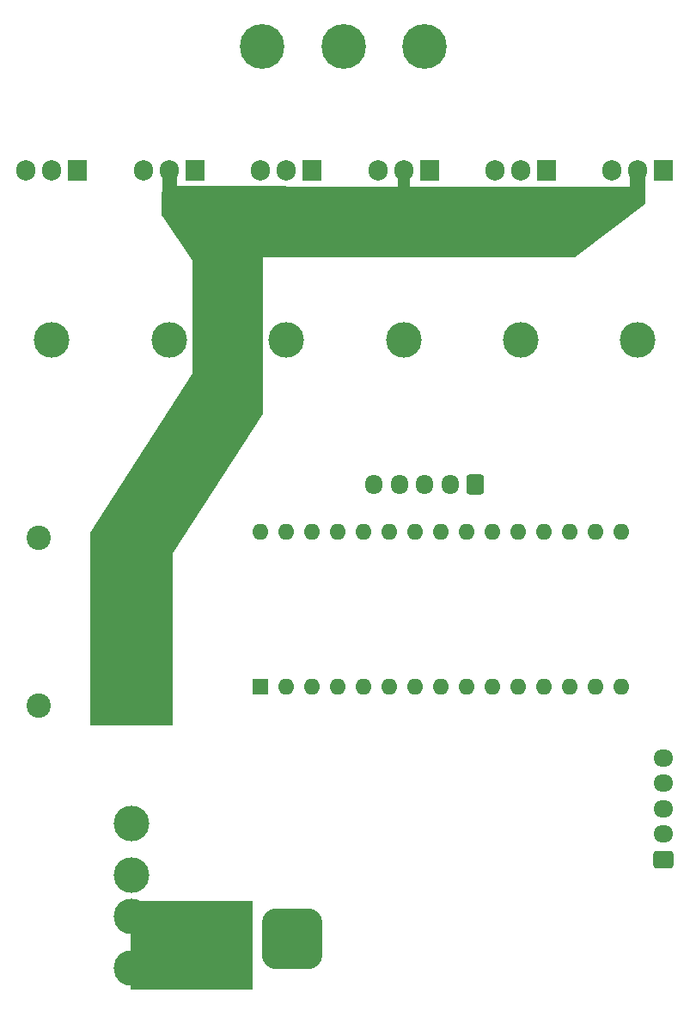
<source format=gbr>
%TF.GenerationSoftware,KiCad,Pcbnew,9.0.0*%
%TF.CreationDate,2025-04-22T03:50:59+03:00*%
%TF.ProjectId,Inverter,496e7665-7274-4657-922e-6b696361645f,rev?*%
%TF.SameCoordinates,Original*%
%TF.FileFunction,Soldermask,Bot*%
%TF.FilePolarity,Negative*%
%FSLAX46Y46*%
G04 Gerber Fmt 4.6, Leading zero omitted, Abs format (unit mm)*
G04 Created by KiCad (PCBNEW 9.0.0) date 2025-04-22 03:50:59*
%MOMM*%
%LPD*%
G01*
G04 APERTURE LIST*
G04 Aperture macros list*
%AMRoundRect*
0 Rectangle with rounded corners*
0 $1 Rounding radius*
0 $2 $3 $4 $5 $6 $7 $8 $9 X,Y pos of 4 corners*
0 Add a 4 corners polygon primitive as box body*
4,1,4,$2,$3,$4,$5,$6,$7,$8,$9,$2,$3,0*
0 Add four circle primitives for the rounded corners*
1,1,$1+$1,$2,$3*
1,1,$1+$1,$4,$5*
1,1,$1+$1,$6,$7*
1,1,$1+$1,$8,$9*
0 Add four rect primitives between the rounded corners*
20,1,$1+$1,$2,$3,$4,$5,0*
20,1,$1+$1,$4,$5,$6,$7,0*
20,1,$1+$1,$6,$7,$8,$9,0*
20,1,$1+$1,$8,$9,$2,$3,0*%
G04 Aperture macros list end*
%ADD10RoundRect,0.250000X0.600000X0.725000X-0.600000X0.725000X-0.600000X-0.725000X0.600000X-0.725000X0*%
%ADD11O,1.700000X1.950000*%
%ADD12R,2.400000X2.400000*%
%ADD13C,2.400000*%
%ADD14C,3.500000*%
%ADD15R,1.600000X1.600000*%
%ADD16O,1.600000X1.600000*%
%ADD17C,4.400000*%
%ADD18RoundRect,1.500000X1.500000X1.500000X-1.500000X1.500000X-1.500000X-1.500000X1.500000X-1.500000X0*%
%ADD19C,6.000000*%
%ADD20RoundRect,0.250000X0.725000X-0.600000X0.725000X0.600000X-0.725000X0.600000X-0.725000X-0.600000X0*%
%ADD21O,1.950000X1.700000*%
%ADD22R,1.905000X2.000000*%
%ADD23O,1.905000X2.000000*%
G04 APERTURE END LIST*
D10*
%TO.C,J3*%
X152800000Y-90950000D03*
D11*
X150300000Y-90950000D03*
X147800000Y-90950000D03*
X145300000Y-90950000D03*
X142800000Y-90950000D03*
%TD*%
D12*
%TO.C,C6*%
X117262755Y-112700000D03*
D13*
X109762755Y-112700000D03*
%TD*%
D14*
%TO.C,F2*%
X118875000Y-124275000D03*
X118875000Y-129355000D03*
X118875000Y-133415000D03*
X118875000Y-138495000D03*
%TD*%
D15*
%TO.C,A1*%
X131600000Y-110860000D03*
D16*
X134140000Y-110860000D03*
X136680000Y-110860000D03*
X139220000Y-110860000D03*
X141760000Y-110860000D03*
X144300000Y-110860000D03*
X146840000Y-110860000D03*
X149380000Y-110860000D03*
X151920000Y-110860000D03*
X154460000Y-110860000D03*
X157000000Y-110860000D03*
X159540000Y-110860000D03*
X162080000Y-110860000D03*
X164620000Y-110860000D03*
X167160000Y-110860000D03*
X167160000Y-95620000D03*
X164620000Y-95620000D03*
X162080000Y-95620000D03*
X159540000Y-95620000D03*
X157000000Y-95620000D03*
X154460000Y-95620000D03*
X151920000Y-95620000D03*
X149380000Y-95620000D03*
X146840000Y-95620000D03*
X144300000Y-95620000D03*
X141760000Y-95620000D03*
X139220000Y-95620000D03*
X136680000Y-95620000D03*
X134140000Y-95620000D03*
X131600000Y-95620000D03*
%TD*%
D17*
%TO.C,V1*%
X139800000Y-47875000D03*
%TD*%
%TO.C,W1*%
X131800000Y-47875000D03*
%TD*%
D18*
%TO.C,J1*%
X134750000Y-135625000D03*
D19*
X127550000Y-135625000D03*
%TD*%
D12*
%TO.C,C5*%
X117212755Y-96200000D03*
D13*
X109712755Y-96200000D03*
%TD*%
D20*
%TO.C,J2*%
X171275000Y-127825000D03*
D21*
X171275000Y-125325000D03*
X171275000Y-122825000D03*
X171275000Y-120325000D03*
X171275000Y-117825000D03*
%TD*%
D17*
%TO.C,U2*%
X147800000Y-47875000D03*
%TD*%
D14*
%TO.C,Q1*%
X168800000Y-76730000D03*
D22*
X171340000Y-60070000D03*
D23*
X168800000Y-60070000D03*
X166260000Y-60070000D03*
%TD*%
D14*
%TO.C,Q5*%
X122600000Y-76730000D03*
D22*
X125140000Y-60070000D03*
D23*
X122600000Y-60070000D03*
X120060000Y-60070000D03*
%TD*%
D14*
%TO.C,Q3*%
X145700000Y-76730000D03*
D22*
X148240000Y-60070000D03*
D23*
X145700000Y-60070000D03*
X143160000Y-60070000D03*
%TD*%
D14*
%TO.C,Q4*%
X134150000Y-76730000D03*
D22*
X136690000Y-60070000D03*
D23*
X134150000Y-60070000D03*
X131610000Y-60070000D03*
%TD*%
D14*
%TO.C,Q2*%
X157250000Y-76730000D03*
D22*
X159790000Y-60070000D03*
D23*
X157250000Y-60070000D03*
X154710000Y-60070000D03*
%TD*%
D14*
%TO.C,Q6*%
X111050000Y-76730000D03*
D22*
X113590000Y-60070000D03*
D23*
X111050000Y-60070000D03*
X108510000Y-60070000D03*
%TD*%
G36*
X169475500Y-59544962D02*
G01*
X169530038Y-59599500D01*
X169550000Y-59674000D01*
X169550000Y-63201293D01*
X169530038Y-63275793D01*
X169491415Y-63319725D01*
X162614985Y-68569472D01*
X162543656Y-68598813D01*
X162524691Y-68600040D01*
X131850000Y-68624999D01*
X131850000Y-83881119D01*
X131830038Y-83955619D01*
X131826218Y-83961875D01*
X122950000Y-97724999D01*
X122973794Y-114475788D01*
X122953937Y-114550317D01*
X122899477Y-114604932D01*
X122825006Y-114625000D01*
X114974000Y-114625000D01*
X114899500Y-114605038D01*
X114844962Y-114550500D01*
X114825000Y-114476000D01*
X114825000Y-95768695D01*
X114844962Y-95694195D01*
X114848600Y-95688223D01*
X124900000Y-80025000D01*
X124900000Y-68925000D01*
X121901464Y-64563493D01*
X121875707Y-64490792D01*
X121875248Y-64478287D01*
X121899212Y-59973207D01*
X121919570Y-59898815D01*
X121974397Y-59844568D01*
X122048210Y-59825000D01*
X123251000Y-59825000D01*
X123325500Y-59844962D01*
X123380038Y-59899500D01*
X123400000Y-59974000D01*
X123400000Y-61598627D01*
X145099999Y-61625000D01*
X145100000Y-61624999D01*
X145076839Y-59725817D01*
X145095891Y-59651079D01*
X145149760Y-59595880D01*
X145224011Y-59575011D01*
X145225828Y-59575000D01*
X146201000Y-59575000D01*
X146275500Y-59594962D01*
X146330038Y-59649500D01*
X146350000Y-59724000D01*
X146350000Y-61625000D01*
X168000000Y-61625000D01*
X168000000Y-59674000D01*
X168019962Y-59599500D01*
X168074500Y-59544962D01*
X168149000Y-59525000D01*
X169401000Y-59525000D01*
X169475500Y-59544962D01*
G37*
G36*
X130793039Y-131894685D02*
G01*
X130838794Y-131947489D01*
X130850000Y-131999000D01*
X130850000Y-140501000D01*
X130830315Y-140568039D01*
X130777511Y-140613794D01*
X130726000Y-140625000D01*
X118924000Y-140625000D01*
X118856961Y-140605315D01*
X118811206Y-140552511D01*
X118800000Y-140501000D01*
X118800000Y-131999000D01*
X118819685Y-131931961D01*
X118872489Y-131886206D01*
X118924000Y-131875000D01*
X130726000Y-131875000D01*
X130793039Y-131894685D01*
G37*
M02*

</source>
